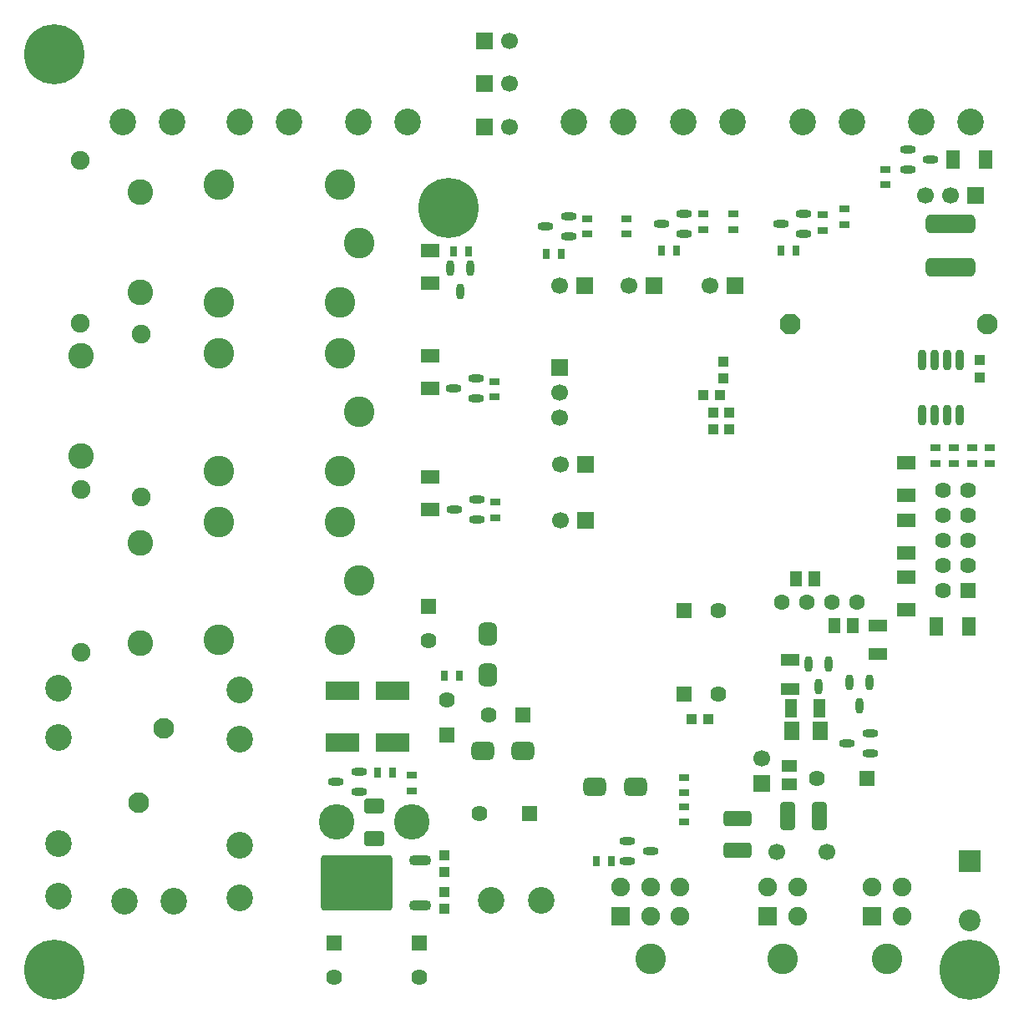
<source format=gbs>
G04*
G04 #@! TF.GenerationSoftware,Altium Limited,Altium Designer,19.1.9 (167)*
G04*
G04 Layer_Color=16711935*
%FSLAX24Y24*%
%MOIN*%
G70*
G01*
G75*
%ADD40R,0.0315X0.0394*%
%ADD41R,0.0394X0.0315*%
%ADD42R,0.0394X0.0433*%
%ADD43R,0.0453X0.0591*%
%ADD44O,0.0320X0.0630*%
%ADD45R,0.0433X0.0394*%
%ADD52O,0.0630X0.0320*%
G04:AMPARAMS|DCode=53|XSize=90.6mil|YSize=72.8mil|CornerRadius=19.2mil|HoleSize=0mil|Usage=FLASHONLY|Rotation=0.000|XOffset=0mil|YOffset=0mil|HoleType=Round|Shape=RoundedRectangle|*
%AMROUNDEDRECTD53*
21,1,0.0906,0.0344,0,0,0.0*
21,1,0.0522,0.0728,0,0,0.0*
1,1,0.0384,0.0261,-0.0172*
1,1,0.0384,-0.0261,-0.0172*
1,1,0.0384,-0.0261,0.0172*
1,1,0.0384,0.0261,0.0172*
%
%ADD53ROUNDEDRECTD53*%
%ADD55O,0.0335X0.0839*%
%ADD60R,0.0591X0.0453*%
%ADD65O,0.0886X0.0433*%
G04:AMPARAMS|DCode=66|XSize=283.5mil|YSize=222.4mil|CornerRadius=12.9mil|HoleSize=0mil|Usage=FLASHONLY|Rotation=0.000|XOffset=0mil|YOffset=0mil|HoleType=Round|Shape=RoundedRectangle|*
%AMROUNDEDRECTD66*
21,1,0.2835,0.1967,0,0,0.0*
21,1,0.2577,0.2224,0,0,0.0*
1,1,0.0258,0.1288,-0.0983*
1,1,0.0258,-0.1288,-0.0983*
1,1,0.0258,-0.1288,0.0983*
1,1,0.0258,0.1288,0.0983*
%
%ADD66ROUNDEDRECTD66*%
%ADD69C,0.0827*%
%ADD70C,0.0748*%
%ADD71C,0.1024*%
%ADD72P,0.0895X8X202.5*%
%ADD73C,0.0669*%
%ADD74R,0.0669X0.0669*%
%ADD75R,0.0669X0.0669*%
%ADD76C,0.0639*%
%ADD77R,0.0639X0.0639*%
%ADD78R,0.0639X0.0639*%
%ADD79C,0.0630*%
%ADD80C,0.1417*%
%ADD81R,0.0866X0.0866*%
%ADD82C,0.0866*%
%ADD83R,0.0748X0.0748*%
%ADD84C,0.1220*%
%ADD85C,0.1063*%
%ADD86C,0.2402*%
G04:AMPARAMS|DCode=157|XSize=59.2mil|YSize=80mil|CornerRadius=6.6mil|HoleSize=0mil|Usage=FLASHONLY|Rotation=270.000|XOffset=0mil|YOffset=0mil|HoleType=Round|Shape=RoundedRectangle|*
%AMROUNDEDRECTD157*
21,1,0.0592,0.0669,0,0,270.0*
21,1,0.0461,0.0800,0,0,270.0*
1,1,0.0131,-0.0335,-0.0230*
1,1,0.0131,-0.0335,0.0230*
1,1,0.0131,0.0335,0.0230*
1,1,0.0131,0.0335,-0.0230*
%
%ADD157ROUNDEDRECTD157*%
G04:AMPARAMS|DCode=158|XSize=55.1mil|YSize=76mil|CornerRadius=4.5mil|HoleSize=0mil|Usage=FLASHONLY|Rotation=180.000|XOffset=0mil|YOffset=0mil|HoleType=Round|Shape=RoundedRectangle|*
%AMROUNDEDRECTD158*
21,1,0.0551,0.0669,0,0,180.0*
21,1,0.0461,0.0760,0,0,180.0*
1,1,0.0091,-0.0230,0.0335*
1,1,0.0091,0.0230,0.0335*
1,1,0.0091,0.0230,-0.0335*
1,1,0.0091,-0.0230,-0.0335*
%
%ADD158ROUNDEDRECTD158*%
G04:AMPARAMS|DCode=159|XSize=198.8mil|YSize=74.8mil|CornerRadius=19.7mil|HoleSize=0mil|Usage=FLASHONLY|Rotation=180.000|XOffset=0mil|YOffset=0mil|HoleType=Round|Shape=RoundedRectangle|*
%AMROUNDEDRECTD159*
21,1,0.1988,0.0354,0,0,180.0*
21,1,0.1594,0.0748,0,0,180.0*
1,1,0.0394,-0.0797,0.0177*
1,1,0.0394,0.0797,0.0177*
1,1,0.0394,0.0797,-0.0177*
1,1,0.0394,-0.0797,-0.0177*
%
%ADD159ROUNDEDRECTD159*%
G04:AMPARAMS|DCode=160|XSize=90.6mil|YSize=72.8mil|CornerRadius=19.2mil|HoleSize=0mil|Usage=FLASHONLY|Rotation=90.000|XOffset=0mil|YOffset=0mil|HoleType=Round|Shape=RoundedRectangle|*
%AMROUNDEDRECTD160*
21,1,0.0906,0.0344,0,0,90.0*
21,1,0.0522,0.0728,0,0,90.0*
1,1,0.0384,0.0172,0.0261*
1,1,0.0384,0.0172,-0.0261*
1,1,0.0384,-0.0172,-0.0261*
1,1,0.0384,-0.0172,0.0261*
%
%ADD160ROUNDEDRECTD160*%
G04:AMPARAMS|DCode=161|XSize=55.1mil|YSize=76mil|CornerRadius=4.5mil|HoleSize=0mil|Usage=FLASHONLY|Rotation=270.000|XOffset=0mil|YOffset=0mil|HoleType=Round|Shape=RoundedRectangle|*
%AMROUNDEDRECTD161*
21,1,0.0551,0.0669,0,0,270.0*
21,1,0.0461,0.0760,0,0,270.0*
1,1,0.0091,-0.0335,-0.0230*
1,1,0.0091,-0.0335,0.0230*
1,1,0.0091,0.0335,0.0230*
1,1,0.0091,0.0335,-0.0230*
%
%ADD161ROUNDEDRECTD161*%
%ADD162R,0.0591X0.0748*%
%ADD163R,0.0453X0.0728*%
%ADD164R,0.0728X0.0453*%
G04:AMPARAMS|DCode=165|XSize=114.2mil|YSize=63mil|CornerRadius=16.7mil|HoleSize=0mil|Usage=FLASHONLY|Rotation=270.000|XOffset=0mil|YOffset=0mil|HoleType=Round|Shape=RoundedRectangle|*
%AMROUNDEDRECTD165*
21,1,0.1142,0.0295,0,0,270.0*
21,1,0.0807,0.0630,0,0,270.0*
1,1,0.0335,-0.0148,-0.0404*
1,1,0.0335,-0.0148,0.0404*
1,1,0.0335,0.0148,0.0404*
1,1,0.0335,0.0148,-0.0404*
%
%ADD165ROUNDEDRECTD165*%
G04:AMPARAMS|DCode=166|XSize=114.2mil|YSize=63mil|CornerRadius=16.7mil|HoleSize=0mil|Usage=FLASHONLY|Rotation=180.000|XOffset=0mil|YOffset=0mil|HoleType=Round|Shape=RoundedRectangle|*
%AMROUNDEDRECTD166*
21,1,0.1142,0.0295,0,0,180.0*
21,1,0.0807,0.0630,0,0,180.0*
1,1,0.0335,-0.0404,0.0148*
1,1,0.0335,0.0404,0.0148*
1,1,0.0335,0.0404,-0.0148*
1,1,0.0335,-0.0404,-0.0148*
%
%ADD166ROUNDEDRECTD166*%
%ADD167R,0.1378X0.0748*%
D40*
X26329Y15315D02*
D03*
X25719D02*
D03*
X30384Y32126D02*
D03*
X29774D02*
D03*
X39754Y32283D02*
D03*
X39144D02*
D03*
X34990D02*
D03*
X34380D02*
D03*
X31781Y7913D02*
D03*
X32392D02*
D03*
X26073Y32244D02*
D03*
X26683D02*
D03*
X23042Y11457D02*
D03*
X23652D02*
D03*
D41*
X24409Y10718D02*
D03*
Y11329D02*
D03*
X41693Y33927D02*
D03*
Y33317D02*
D03*
X31417Y32933D02*
D03*
Y33543D02*
D03*
X32992Y32933D02*
D03*
Y33543D02*
D03*
X43307Y35502D02*
D03*
Y34892D02*
D03*
X40827Y33091D02*
D03*
Y33701D02*
D03*
X36063Y33120D02*
D03*
Y33730D02*
D03*
X37244Y33120D02*
D03*
Y33730D02*
D03*
X35276Y9459D02*
D03*
Y10069D02*
D03*
Y10630D02*
D03*
Y11240D02*
D03*
X45315Y24400D02*
D03*
Y23790D02*
D03*
X46063Y24400D02*
D03*
Y23790D02*
D03*
X46772Y24400D02*
D03*
Y23790D02*
D03*
X47480Y24400D02*
D03*
Y23790D02*
D03*
X27756Y22234D02*
D03*
Y21624D02*
D03*
X27717Y26427D02*
D03*
Y27037D02*
D03*
D42*
X47087Y27224D02*
D03*
Y27894D02*
D03*
X36850Y27854D02*
D03*
Y27185D02*
D03*
X36457Y25807D02*
D03*
Y25138D02*
D03*
X37087Y25807D02*
D03*
Y25138D02*
D03*
X25709Y7461D02*
D03*
Y8130D02*
D03*
X25708Y6673D02*
D03*
Y6004D02*
D03*
D43*
X39744Y19173D02*
D03*
X40492D02*
D03*
X41280Y17323D02*
D03*
X42028D02*
D03*
D44*
X40256Y15773D02*
D03*
X41056D02*
D03*
X40656Y14863D02*
D03*
X41870Y15025D02*
D03*
X42670D02*
D03*
X42270Y14115D02*
D03*
X25965Y31560D02*
D03*
X26765D02*
D03*
X26365Y30650D02*
D03*
D45*
X36043Y26496D02*
D03*
X36713D02*
D03*
X36240Y13583D02*
D03*
X35571D02*
D03*
D52*
X30674Y33628D02*
D03*
Y32828D02*
D03*
X29764Y33228D02*
D03*
X35276Y33740D02*
D03*
Y32940D02*
D03*
X34366Y33340D02*
D03*
X40064Y33740D02*
D03*
Y32940D02*
D03*
X39154Y33340D02*
D03*
X44213Y35512D02*
D03*
Y36312D02*
D03*
X45123Y35912D02*
D03*
X42702Y13012D02*
D03*
Y12212D02*
D03*
X41792Y12612D02*
D03*
X33031Y7913D02*
D03*
Y8713D02*
D03*
X33942Y8313D02*
D03*
X27032Y22343D02*
D03*
Y21543D02*
D03*
X26122Y21943D02*
D03*
X26993Y27185D02*
D03*
Y26385D02*
D03*
X26083Y26785D02*
D03*
X21398Y11076D02*
D03*
X22308Y10676D02*
D03*
Y11476D02*
D03*
D53*
X27244Y12323D02*
D03*
X28858D02*
D03*
X33346Y10866D02*
D03*
X31732D02*
D03*
D55*
X45276Y27909D02*
D03*
Y25709D02*
D03*
X44776Y27909D02*
D03*
Y25709D02*
D03*
X46276Y27909D02*
D03*
X45776D02*
D03*
Y25709D02*
D03*
X46276D02*
D03*
D60*
X39488Y10965D02*
D03*
Y11713D02*
D03*
D65*
X24764Y7937D02*
D03*
Y6142D02*
D03*
D66*
X22205Y7039D02*
D03*
D69*
X13524Y10256D02*
D03*
X14508Y13209D02*
D03*
X47392Y29350D02*
D03*
D70*
X13622Y28937D02*
D03*
Y22437D02*
D03*
X11181Y29366D02*
D03*
Y35866D02*
D03*
X33937Y5709D02*
D03*
X32756Y6890D02*
D03*
X33937D02*
D03*
X35118Y5709D02*
D03*
Y6890D02*
D03*
X11220Y16256D02*
D03*
Y22756D02*
D03*
X42795Y6890D02*
D03*
X43976D02*
D03*
Y5709D02*
D03*
X38622Y6890D02*
D03*
X39803D02*
D03*
Y5709D02*
D03*
D71*
X13583Y34598D02*
D03*
Y30598D02*
D03*
Y16622D02*
D03*
Y20622D02*
D03*
X11220Y24063D02*
D03*
Y28063D02*
D03*
D72*
X39518Y29350D02*
D03*
D73*
X36299Y30866D02*
D03*
X33094D02*
D03*
X30299D02*
D03*
X30315Y26614D02*
D03*
Y25614D02*
D03*
X30339Y21496D02*
D03*
Y23730D02*
D03*
X38376Y12024D02*
D03*
X45906Y34488D02*
D03*
X44906D02*
D03*
X28323Y37205D02*
D03*
Y38947D02*
D03*
Y40640D02*
D03*
X38984Y8268D02*
D03*
X40984D02*
D03*
D74*
X37299Y30866D02*
D03*
X34094D02*
D03*
X31299D02*
D03*
X31339Y21496D02*
D03*
Y23730D02*
D03*
X46906Y34488D02*
D03*
X27323Y37205D02*
D03*
Y38947D02*
D03*
Y40640D02*
D03*
D75*
X30315Y27614D02*
D03*
X38376Y11024D02*
D03*
D76*
X36654Y17913D02*
D03*
X46614Y19701D02*
D03*
Y22701D02*
D03*
Y21701D02*
D03*
X45614Y19701D02*
D03*
Y18701D02*
D03*
Y22701D02*
D03*
Y21701D02*
D03*
X46614Y20701D02*
D03*
X45614D02*
D03*
X36654Y14567D02*
D03*
X27480Y13740D02*
D03*
X27126Y9803D02*
D03*
X24724Y3268D02*
D03*
X21299D02*
D03*
X25079Y16693D02*
D03*
X25827Y14331D02*
D03*
X40591Y11220D02*
D03*
D77*
X35276Y17913D02*
D03*
Y14567D02*
D03*
X28858Y13740D02*
D03*
X29126Y9803D02*
D03*
X42591Y11220D02*
D03*
D78*
X46614Y18701D02*
D03*
X24724Y4646D02*
D03*
X21299D02*
D03*
X25079Y18071D02*
D03*
X25827Y12953D02*
D03*
D79*
X40197Y18228D02*
D03*
X39197D02*
D03*
X41197D02*
D03*
X42197D02*
D03*
D80*
X21417Y9488D02*
D03*
X24409D02*
D03*
D81*
X46693Y7913D02*
D03*
D82*
Y5551D02*
D03*
D83*
X32756Y5709D02*
D03*
X42795D02*
D03*
X38622D02*
D03*
D84*
X33937Y4016D02*
D03*
X16732Y21457D02*
D03*
Y16732D02*
D03*
X21535Y21457D02*
D03*
Y16732D02*
D03*
X22323Y19094D02*
D03*
X43386Y4008D02*
D03*
X39213D02*
D03*
X22323Y32559D02*
D03*
X21535Y30197D02*
D03*
Y34921D02*
D03*
X16732Y30197D02*
D03*
Y34921D02*
D03*
Y28189D02*
D03*
Y23465D02*
D03*
X21535Y28189D02*
D03*
Y23465D02*
D03*
X22323Y25827D02*
D03*
D85*
X10315Y12835D02*
D03*
Y14803D02*
D03*
Y6516D02*
D03*
Y8612D02*
D03*
X27598Y6339D02*
D03*
X29567D02*
D03*
X12953Y6299D02*
D03*
X14921D02*
D03*
X41968Y37402D02*
D03*
X40000D02*
D03*
X46732D02*
D03*
X44764D02*
D03*
X32835D02*
D03*
X30866D02*
D03*
X37205D02*
D03*
X35236D02*
D03*
X24252D02*
D03*
X22283D02*
D03*
X14843D02*
D03*
X12874D02*
D03*
X19528D02*
D03*
X17559D02*
D03*
Y12766D02*
D03*
Y14734D02*
D03*
Y6447D02*
D03*
Y8543D02*
D03*
D86*
X10157Y3583D02*
D03*
X46693D02*
D03*
X25866Y33976D02*
D03*
X10157Y40118D02*
D03*
D157*
X22913Y10099D02*
D03*
Y8799D02*
D03*
D158*
X47304Y35906D02*
D03*
X46004D02*
D03*
X45334Y17283D02*
D03*
X46634D02*
D03*
D159*
X45906Y31614D02*
D03*
Y33346D02*
D03*
D160*
X27441Y15354D02*
D03*
Y16969D02*
D03*
D161*
X44134Y21496D02*
D03*
Y20196D02*
D03*
Y23800D02*
D03*
Y22500D02*
D03*
Y19233D02*
D03*
Y17933D02*
D03*
X25157Y21948D02*
D03*
Y23248D02*
D03*
Y26791D02*
D03*
Y28091D02*
D03*
Y30964D02*
D03*
Y32264D02*
D03*
D162*
X40709Y13110D02*
D03*
X39567D02*
D03*
D163*
X40689Y14016D02*
D03*
X39547D02*
D03*
D164*
X39528Y15925D02*
D03*
Y14783D02*
D03*
X43032Y16161D02*
D03*
Y17303D02*
D03*
D165*
X39409Y9724D02*
D03*
X40669D02*
D03*
D166*
X37402Y9606D02*
D03*
Y8346D02*
D03*
D167*
X21644Y14695D02*
D03*
Y12648D02*
D03*
X23652Y14695D02*
D03*
Y12648D02*
D03*
M02*

</source>
